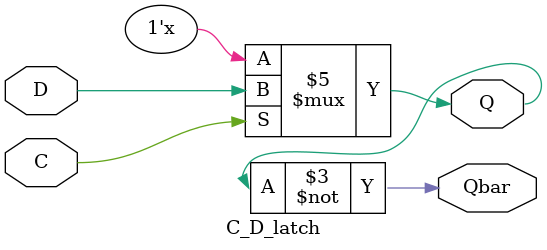
<source format=v>
module C_D_latch(
    input D,
    input C,
    output reg Q,
    output Qbar
);
always @* begin
    if(C == 1) begin
        Q = D;
    end
end
assign Qbar = ~Q;
endmodule
</source>
